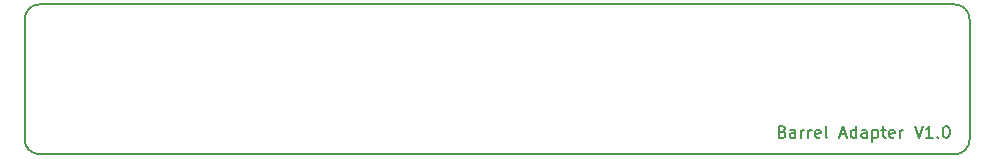
<source format=gbr>
%TF.GenerationSoftware,KiCad,Pcbnew,8.0.4*%
%TF.CreationDate,2024-11-15T14:07:30-05:00*%
%TF.ProjectId,BarrelJackAdapter,42617272-656c-44a6-9163-6b4164617074,rev?*%
%TF.SameCoordinates,Original*%
%TF.FileFunction,Profile,NP*%
%FSLAX46Y46*%
G04 Gerber Fmt 4.6, Leading zero omitted, Abs format (unit mm)*
G04 Created by KiCad (PCBNEW 8.0.4) date 2024-11-15 14:07:30*
%MOMM*%
%LPD*%
G01*
G04 APERTURE LIST*
%ADD10C,0.150000*%
%TA.AperFunction,Profile*%
%ADD11C,0.150000*%
%TD*%
G04 APERTURE END LIST*
D10*
X165770112Y-75546009D02*
X165912969Y-75593628D01*
X165912969Y-75593628D02*
X165960588Y-75641247D01*
X165960588Y-75641247D02*
X166008207Y-75736485D01*
X166008207Y-75736485D02*
X166008207Y-75879342D01*
X166008207Y-75879342D02*
X165960588Y-75974580D01*
X165960588Y-75974580D02*
X165912969Y-76022200D01*
X165912969Y-76022200D02*
X165817731Y-76069819D01*
X165817731Y-76069819D02*
X165436779Y-76069819D01*
X165436779Y-76069819D02*
X165436779Y-75069819D01*
X165436779Y-75069819D02*
X165770112Y-75069819D01*
X165770112Y-75069819D02*
X165865350Y-75117438D01*
X165865350Y-75117438D02*
X165912969Y-75165057D01*
X165912969Y-75165057D02*
X165960588Y-75260295D01*
X165960588Y-75260295D02*
X165960588Y-75355533D01*
X165960588Y-75355533D02*
X165912969Y-75450771D01*
X165912969Y-75450771D02*
X165865350Y-75498390D01*
X165865350Y-75498390D02*
X165770112Y-75546009D01*
X165770112Y-75546009D02*
X165436779Y-75546009D01*
X166865350Y-76069819D02*
X166865350Y-75546009D01*
X166865350Y-75546009D02*
X166817731Y-75450771D01*
X166817731Y-75450771D02*
X166722493Y-75403152D01*
X166722493Y-75403152D02*
X166532017Y-75403152D01*
X166532017Y-75403152D02*
X166436779Y-75450771D01*
X166865350Y-76022200D02*
X166770112Y-76069819D01*
X166770112Y-76069819D02*
X166532017Y-76069819D01*
X166532017Y-76069819D02*
X166436779Y-76022200D01*
X166436779Y-76022200D02*
X166389160Y-75926961D01*
X166389160Y-75926961D02*
X166389160Y-75831723D01*
X166389160Y-75831723D02*
X166436779Y-75736485D01*
X166436779Y-75736485D02*
X166532017Y-75688866D01*
X166532017Y-75688866D02*
X166770112Y-75688866D01*
X166770112Y-75688866D02*
X166865350Y-75641247D01*
X167341541Y-76069819D02*
X167341541Y-75403152D01*
X167341541Y-75593628D02*
X167389160Y-75498390D01*
X167389160Y-75498390D02*
X167436779Y-75450771D01*
X167436779Y-75450771D02*
X167532017Y-75403152D01*
X167532017Y-75403152D02*
X167627255Y-75403152D01*
X167960589Y-76069819D02*
X167960589Y-75403152D01*
X167960589Y-75593628D02*
X168008208Y-75498390D01*
X168008208Y-75498390D02*
X168055827Y-75450771D01*
X168055827Y-75450771D02*
X168151065Y-75403152D01*
X168151065Y-75403152D02*
X168246303Y-75403152D01*
X168960589Y-76022200D02*
X168865351Y-76069819D01*
X168865351Y-76069819D02*
X168674875Y-76069819D01*
X168674875Y-76069819D02*
X168579637Y-76022200D01*
X168579637Y-76022200D02*
X168532018Y-75926961D01*
X168532018Y-75926961D02*
X168532018Y-75546009D01*
X168532018Y-75546009D02*
X168579637Y-75450771D01*
X168579637Y-75450771D02*
X168674875Y-75403152D01*
X168674875Y-75403152D02*
X168865351Y-75403152D01*
X168865351Y-75403152D02*
X168960589Y-75450771D01*
X168960589Y-75450771D02*
X169008208Y-75546009D01*
X169008208Y-75546009D02*
X169008208Y-75641247D01*
X169008208Y-75641247D02*
X168532018Y-75736485D01*
X169579637Y-76069819D02*
X169484399Y-76022200D01*
X169484399Y-76022200D02*
X169436780Y-75926961D01*
X169436780Y-75926961D02*
X169436780Y-75069819D01*
X170674876Y-75784104D02*
X171151066Y-75784104D01*
X170579638Y-76069819D02*
X170912971Y-75069819D01*
X170912971Y-75069819D02*
X171246304Y-76069819D01*
X172008209Y-76069819D02*
X172008209Y-75069819D01*
X172008209Y-76022200D02*
X171912971Y-76069819D01*
X171912971Y-76069819D02*
X171722495Y-76069819D01*
X171722495Y-76069819D02*
X171627257Y-76022200D01*
X171627257Y-76022200D02*
X171579638Y-75974580D01*
X171579638Y-75974580D02*
X171532019Y-75879342D01*
X171532019Y-75879342D02*
X171532019Y-75593628D01*
X171532019Y-75593628D02*
X171579638Y-75498390D01*
X171579638Y-75498390D02*
X171627257Y-75450771D01*
X171627257Y-75450771D02*
X171722495Y-75403152D01*
X171722495Y-75403152D02*
X171912971Y-75403152D01*
X171912971Y-75403152D02*
X172008209Y-75450771D01*
X172912971Y-76069819D02*
X172912971Y-75546009D01*
X172912971Y-75546009D02*
X172865352Y-75450771D01*
X172865352Y-75450771D02*
X172770114Y-75403152D01*
X172770114Y-75403152D02*
X172579638Y-75403152D01*
X172579638Y-75403152D02*
X172484400Y-75450771D01*
X172912971Y-76022200D02*
X172817733Y-76069819D01*
X172817733Y-76069819D02*
X172579638Y-76069819D01*
X172579638Y-76069819D02*
X172484400Y-76022200D01*
X172484400Y-76022200D02*
X172436781Y-75926961D01*
X172436781Y-75926961D02*
X172436781Y-75831723D01*
X172436781Y-75831723D02*
X172484400Y-75736485D01*
X172484400Y-75736485D02*
X172579638Y-75688866D01*
X172579638Y-75688866D02*
X172817733Y-75688866D01*
X172817733Y-75688866D02*
X172912971Y-75641247D01*
X173389162Y-75403152D02*
X173389162Y-76403152D01*
X173389162Y-75450771D02*
X173484400Y-75403152D01*
X173484400Y-75403152D02*
X173674876Y-75403152D01*
X173674876Y-75403152D02*
X173770114Y-75450771D01*
X173770114Y-75450771D02*
X173817733Y-75498390D01*
X173817733Y-75498390D02*
X173865352Y-75593628D01*
X173865352Y-75593628D02*
X173865352Y-75879342D01*
X173865352Y-75879342D02*
X173817733Y-75974580D01*
X173817733Y-75974580D02*
X173770114Y-76022200D01*
X173770114Y-76022200D02*
X173674876Y-76069819D01*
X173674876Y-76069819D02*
X173484400Y-76069819D01*
X173484400Y-76069819D02*
X173389162Y-76022200D01*
X174151067Y-75403152D02*
X174532019Y-75403152D01*
X174293924Y-75069819D02*
X174293924Y-75926961D01*
X174293924Y-75926961D02*
X174341543Y-76022200D01*
X174341543Y-76022200D02*
X174436781Y-76069819D01*
X174436781Y-76069819D02*
X174532019Y-76069819D01*
X175246305Y-76022200D02*
X175151067Y-76069819D01*
X175151067Y-76069819D02*
X174960591Y-76069819D01*
X174960591Y-76069819D02*
X174865353Y-76022200D01*
X174865353Y-76022200D02*
X174817734Y-75926961D01*
X174817734Y-75926961D02*
X174817734Y-75546009D01*
X174817734Y-75546009D02*
X174865353Y-75450771D01*
X174865353Y-75450771D02*
X174960591Y-75403152D01*
X174960591Y-75403152D02*
X175151067Y-75403152D01*
X175151067Y-75403152D02*
X175246305Y-75450771D01*
X175246305Y-75450771D02*
X175293924Y-75546009D01*
X175293924Y-75546009D02*
X175293924Y-75641247D01*
X175293924Y-75641247D02*
X174817734Y-75736485D01*
X175722496Y-76069819D02*
X175722496Y-75403152D01*
X175722496Y-75593628D02*
X175770115Y-75498390D01*
X175770115Y-75498390D02*
X175817734Y-75450771D01*
X175817734Y-75450771D02*
X175912972Y-75403152D01*
X175912972Y-75403152D02*
X176008210Y-75403152D01*
X176960592Y-75069819D02*
X177293925Y-76069819D01*
X177293925Y-76069819D02*
X177627258Y-75069819D01*
X178484401Y-76069819D02*
X177912973Y-76069819D01*
X178198687Y-76069819D02*
X178198687Y-75069819D01*
X178198687Y-75069819D02*
X178103449Y-75212676D01*
X178103449Y-75212676D02*
X178008211Y-75307914D01*
X178008211Y-75307914D02*
X177912973Y-75355533D01*
X178912973Y-75974580D02*
X178960592Y-76022200D01*
X178960592Y-76022200D02*
X178912973Y-76069819D01*
X178912973Y-76069819D02*
X178865354Y-76022200D01*
X178865354Y-76022200D02*
X178912973Y-75974580D01*
X178912973Y-75974580D02*
X178912973Y-76069819D01*
X179579639Y-75069819D02*
X179674877Y-75069819D01*
X179674877Y-75069819D02*
X179770115Y-75117438D01*
X179770115Y-75117438D02*
X179817734Y-75165057D01*
X179817734Y-75165057D02*
X179865353Y-75260295D01*
X179865353Y-75260295D02*
X179912972Y-75450771D01*
X179912972Y-75450771D02*
X179912972Y-75688866D01*
X179912972Y-75688866D02*
X179865353Y-75879342D01*
X179865353Y-75879342D02*
X179817734Y-75974580D01*
X179817734Y-75974580D02*
X179770115Y-76022200D01*
X179770115Y-76022200D02*
X179674877Y-76069819D01*
X179674877Y-76069819D02*
X179579639Y-76069819D01*
X179579639Y-76069819D02*
X179484401Y-76022200D01*
X179484401Y-76022200D02*
X179436782Y-75974580D01*
X179436782Y-75974580D02*
X179389163Y-75879342D01*
X179389163Y-75879342D02*
X179341544Y-75688866D01*
X179341544Y-75688866D02*
X179341544Y-75450771D01*
X179341544Y-75450771D02*
X179389163Y-75260295D01*
X179389163Y-75260295D02*
X179436782Y-75165057D01*
X179436782Y-75165057D02*
X179484401Y-75117438D01*
X179484401Y-75117438D02*
X179579639Y-75069819D01*
D11*
X180340000Y-64770000D02*
X102870000Y-64770000D01*
X102870000Y-77470000D02*
X180340000Y-77470000D01*
X181610000Y-76200000D02*
X181610000Y-66040000D01*
X181610000Y-76200000D02*
G75*
G02*
X180340000Y-77470000I-1270000J0D01*
G01*
X102870000Y-77470000D02*
G75*
G02*
X101600000Y-76200000I0J1270000D01*
G01*
X101600000Y-66040000D02*
X101600000Y-76200000D01*
X180340000Y-64770000D02*
G75*
G02*
X181610000Y-66040000I0J-1270000D01*
G01*
X101600000Y-66040000D02*
G75*
G02*
X102870000Y-64770000I1270000J0D01*
G01*
M02*

</source>
